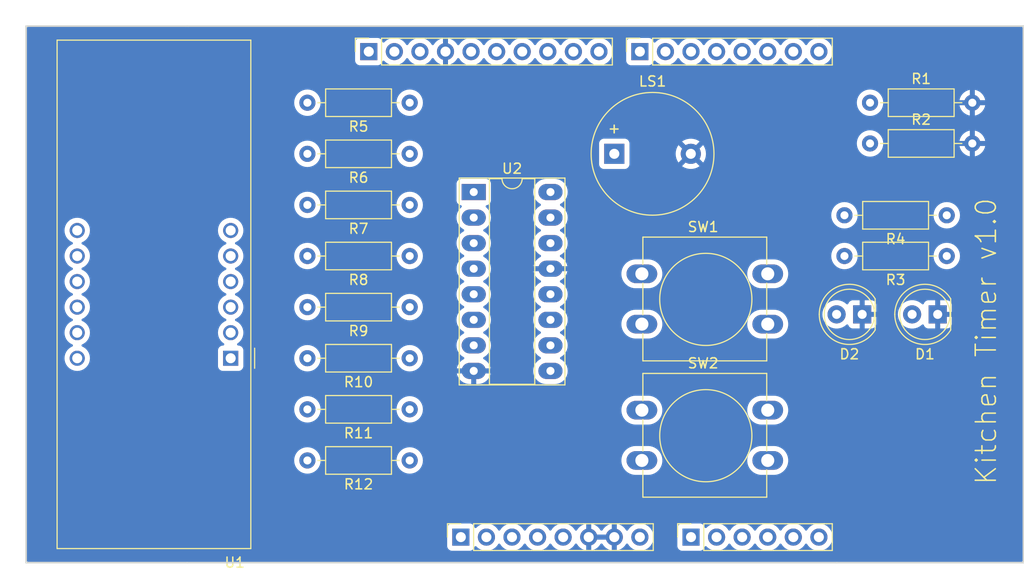
<source format=kicad_pcb>
(kicad_pcb (version 20221018) (generator pcbnew)
  (title_block (date "mar. 31 mars 2015"))
  (layers (0 "F.Cu" signal) (31 "B.Cu" power) (34 "B.Paste" user) (35 "F.Paste" user) (36 "B.SilkS" user "B.Silkscreen") (37 "F.SilkS" user "F.Silkscreen") (38 "B.Mask" user) (39 "F.Mask" user) (44 "Edge.Cuts" user))
  (net 0 "")
  (net 1 "GND")
  (net 3 "+5V")
  (net 4 "/IOREF")
  (net 5 "/A0")
  (net 6 "/A1")
  (net 7 "/A2")
  (net 8 "/A3")
  (net 9 "/SDA{slash}A4")
  (net 10 "/SCL{slash}A5")
  (net 11 "Net-(D1-A)")
  (net 12 "Net-(D2-A)")
  (net 16 "Dig1")
  (net 17 "Dig2")
  (net 18 "Dig3")
  (net 19 "Dig4")
  (net 20 "DS")
  (net 21 "ST_CP")
  (net 22 "SH_CP")
  (net 23 "/TX{slash}1")
  (net 24 "Buzzer")
  (net 25 "/RX{slash}0")
  (net 26 "+3V3")
  (net 27 "VCC")
  (net 28 "/~{RESET}")
  (net 29 "RED_LED")
  (net 30 "GREEN_LED")
  (net 31 "Button_2")
  (net 32 "Button_1")
  (net 33 "a")
  (net 34 "Net-(U1-a)")
  (net 35 "b")
  (net 36 "Net-(U1-b)")
  (net 37 "c")
  (net 38 "Net-(U1-c)")
  (net 39 "d")
  (net 40 "Net-(U1-d)")
  (net 41 "e")
  (net 42 "Net-(U1-e)")
  (net 43 "f")
  (net 44 "Net-(U1-f)")
  (net 45 "g")
  (net 46 "Net-(U1-g)")
  (net 47 "dp")
  (net 48 "Net-(U1-DPX)")
  (footprint "Connector_PinSocket_2.54mm:PinSocket_1x08_P2.54mm_Vertical" (layer "F.Cu") (at 127.94 97.46 90)
    (fp_text reference "J1" hide)
    (fp_text value "Power")
    (fp_line (start -1.33 1.27) (end -1.33 19.11) (stroke (width 0.12)) (layer "F.SilkS"))
    (fp_line (start -1.33 1.27) (end 1.33 1.27) (stroke (width 0.12)) (layer "F.SilkS"))
    (fp_line (start -1.33 19.11) (end 1.33 19.11) (stroke (width 0.12)) (layer "F.SilkS"))
    (fp_line (start 0 -1.33) (end 1.33 -1.33) (stroke (width 0.12)) (layer "F.SilkS"))
    (fp_line (start 1.33 -1.33) (end 1.33 0) (stroke (width 0.12)) (layer "F.SilkS"))
    (fp_line (start 1.33 1.27) (end 1.33 19.11) (stroke (width 0.12)) (layer "F.SilkS"))
    (pad "1" thru_hole rect locked (at 0 0 90) (size 1.7 1.7) (drill 1) (layers "*.Cu" "*.Mask"))
    (pad "2" thru_hole oval locked (at 0 2.54 90) (size 1.7 1.7) (drill 1) (layers "*.Cu" "*.Mask") (net 4 "/IOREF"))
    (pad "3" thru_hole oval locked (at 0 5.08 90) (size 1.7 1.7) (drill 1) (layers "*.Cu" "*.Mask") (net 28 "/~{RESET}"))
    (pad "4" thru_hole oval locked (at 0 7.62 90) (size 1.7 1.7) (drill 1) (layers "*.Cu" "*.Mask") (net 26 "+3V3"))
    (pad "5" thru_hole oval locked (at 0 10.16 90) (size 1.7 1.7) (drill 1) (layers "*.Cu" "*.Mask") (net 3 "+5V"))
    (pad "6" thru_hole oval locked (at 0 12.7 90) (size 1.7 1.7) (drill 1) (layers "*.Cu" "*.Mask") (net 1 "GND"))
    (pad "7" thru_hole oval locked (at 0 15.24 90) (size 1.7 1.7) (drill 1) (layers "*.Cu" "*.Mask") (net 1 "GND"))
    (pad "8" thru_hole oval locked (at 0 17.78 90) (size 1.7 1.7) (drill 1) (layers "*.Cu" "*.Mask") (net 27 "VCC"))
  )
  (footprint "Connector_PinSocket_2.54mm:PinSocket_1x06_P2.54mm_Vertical" (layer "F.Cu") (at 150.8 97.46 90)
    (fp_text reference "J3" hide)
    (fp_text value "Analog")
    (fp_line (start -1.33 1.27) (end -1.33 14.03) (stroke (width 0.12)) (layer "F.SilkS"))
    (fp_line (start -1.33 1.27) (end 1.33 1.27) (stroke (width 0.12)) (layer "F.SilkS"))
    (fp_line (start -1.33 14.03) (end 1.33 14.03) (stroke (width 0.12)) (layer "F.SilkS"))
    (fp_line (start 0 -1.33) (end 1.33 -1.33) (stroke (width 0.12)) (layer "F.SilkS"))
    (fp_line (start 1.33 -1.33) (end 1.33 0) (stroke (width 0.12)) (layer "F.SilkS"))
    (fp_line (start 1.33 1.27) (end 1.33 14.03) (stroke (width 0.12)) (layer "F.SilkS"))
    (pad "1" thru_hole rect locked (at 0 0 90) (size 1.7 1.7) (drill 1) (layers "*.Cu" "*.Mask") (net 5 "/A0"))
    (pad "2" thru_hole oval locked (at 0 2.54 90) (size 1.7 1.7) (drill 1) (layers "*.Cu" "*.Mask") (net 6 "/A1"))
    (pad "3" thru_hole oval locked (at 0 5.08 90) (size 1.7 1.7) (drill 1) (layers "*.Cu" "*.Mask") (net 7 "/A2"))
    (pad "4" thru_hole oval locked (at 0 7.62 90) (size 1.7 1.7) (drill 1) (layers "*.Cu" "*.Mask") (net 8 "/A3"))
    (pad "5" thru_hole oval locked (at 0 10.16 90) (size 1.7 1.7) (drill 1) (layers "*.Cu" "*.Mask") (net 9 "/SDA{slash}A4"))
    (pad "6" thru_hole oval locked (at 0 12.7 90) (size 1.7 1.7) (drill 1) (layers "*.Cu" "*.Mask") (net 10 "/SCL{slash}A5"))
  )
  (footprint "Connector_PinSocket_2.54mm:PinSocket_1x10_P2.54mm_Vertical" (layer "F.Cu") (at 118.796 49.2 90)
    (fp_text reference "J2" hide)
    (fp_text value "Digital/PWM")
    (fp_line (start -1.33 1.27) (end -1.33 24.19) (stroke (width 0.12)) (layer "F.SilkS"))
    (fp_line (start -1.33 1.27) (end 1.33 1.27) (stroke (width 0.12)) (layer "F.SilkS"))
    (fp_line (start -1.33 24.19) (end 1.33 24.19) (stroke (width 0.12)) (layer "F.SilkS"))
    (fp_line (start 0 -1.33) (end 1.33 -1.33) (stroke (width 0.12)) (layer "F.SilkS"))
    (fp_line (start 1.33 -1.33) (end 1.33 0) (stroke (width 0.12)) (layer "F.SilkS"))
    (fp_line (start 1.33 1.27) (end 1.33 24.19) (stroke (width 0.12)) (layer "F.SilkS"))
    (pad "1" thru_hole rect locked (at 0 0 90) (size 1.7 1.7) (drill 1) (layers "*.Cu" "*.Mask"))
    (pad "2" thru_hole oval locked (at 0 2.54 90) (size 1.7 1.7) (drill 1) (layers "*.Cu" "*.Mask"))
    (pad "3" thru_hole oval locked (at 0 5.08 90) (size 1.7 1.7) (drill 1) (layers "*.Cu" "*.Mask"))
    (pad "4" thru_hole oval locked (at 0 7.62 90) (size 1.7 1.7) (drill 1) (layers "*.Cu" "*.Mask") (net 1 "GND"))
    (pad "5" thru_hole oval locked (at 0 10.16 90) (size 1.7 1.7) (drill 1) (layers "*.Cu" "*.Mask") (net 16 "Dig1"))
    (pad "6" thru_hole oval locked (at 0 12.7 90) (size 1.7 1.7) (drill 1) (layers "*.Cu" "*.Mask") (net 17 "Dig2"))
    (pad "7" thru_hole oval locked (at 0 15.24 90) (size 1.7 1.7) (drill 1) (layers "*.Cu" "*.Mask") (net 18 "Dig3"))
    (pad "8" thru_hole oval locked (at 0 17.78 90) (size 1.7 1.7) (drill 1) (layers "*.Cu" "*.Mask") (net 19 "Dig4"))
    (pad "9" thru_hole oval locked (at 0 20.32 90) (size 1.7 1.7) (drill 1) (layers "*.Cu" "*.Mask") (net 20 "DS"))
    (pad "10" thru_hole oval locked (at 0 22.86 90) (size 1.7 1.7) (drill 1) (layers "*.Cu" "*.Mask") (net 21 "ST_CP"))
  )
  (footprint "Connector_PinSocket_2.54mm:PinSocket_1x08_P2.54mm_Vertical" (layer "F.Cu") (at 145.72 49.2 90)
    (fp_text reference "J4" hide)
    (fp_text value "Digital/PWM")
    (fp_line (start -1.33 1.27) (end -1.33 19.11) (stroke (width 0.12)) (layer "F.SilkS"))
    (fp_line (start -1.33 1.27) (end 1.33 1.27) (stroke (width 0.12)) (layer "F.SilkS"))
    (fp_line (start -1.33 19.11) (end 1.33 19.11) (stroke (width 0.12)) (layer "F.SilkS"))
    (fp_line (start 0 -1.33) (end 1.33 -1.33) (stroke (width 0.12)) (layer "F.SilkS"))
    (fp_line (start 1.33 -1.33) (end 1.33 0) (stroke (width 0.12)) (layer "F.SilkS"))
    (fp_line (start 1.33 1.27) (end 1.33 19.11) (stroke (width 0.12)) (layer "F.SilkS"))
    (pad "1" thru_hole rect locked (at 0 0 90) (size 1.7 1.7) (drill 1) (layers "*.Cu" "*.Mask") (net 22 "SH_CP"))
    (pad "2" thru_hole oval locked (at 0 2.54 90) (size 1.7 1.7) (drill 1) (layers "*.Cu" "*.Mask") (net 24 "Buzzer"))
    (pad "3" thru_hole oval locked (at 0 5.08 90) (size 1.7 1.7) (drill 1) (layers "*.Cu" "*.Mask") (net 29 "RED_LED"))
    (pad "4" thru_hole oval locked (at 0 7.62 90) (size 1.7 1.7) (drill 1) (layers "*.Cu" "*.Mask") (net 30 "GREEN_LED"))
    (pad "5" thru_hole oval locked (at 0 10.16 90) (size 1.7 1.7) (drill 1) (layers "*.Cu" "*.Mask") (net 31 "Button_2"))
    (pad "6" thru_hole oval locked (at 0 12.7 90) (size 1.7 1.7) (drill 1) (layers "*.Cu" "*.Mask") (net 32 "Button_1"))
    (pad "7" thru_hole oval locked (at 0 15.24 90) (size 1.7 1.7) (drill 1) (layers "*.Cu" "*.Mask") (net 23 "/TX{slash}1"))
    (pad "8" thru_hole oval locked (at 0 17.78 90) (size 1.7 1.7) (drill 1) (layers "*.Cu" "*.Mask") (net 25 "/RX{slash}0"))
  )
  (footprint "LED_THT:LED_D5.0mm" (layer "F.Cu") (at 167.8 75.32 180)
    (fp_text reference "D2" (at 1.27 -3.96) (layer "F.SilkS"))
    (fp_text value "LED")
    (fp_line (start -1.29 -1.545) (end -1.29 1.545) (stroke (width 0.12)) (layer "F.SilkS"))
    (fp_arc (start -1.29 -1.54483) (mid 2.072002 -2.880433) (end 4.26 0.000462) (stroke (width 0.12)) (layer "F.SilkS"))
    (fp_arc (start 4.26 -0.000462) (mid 2.072002 2.880433) (end -1.29 1.54483) (stroke (width 0.12)) (layer "F.SilkS"))
    (fp_circle (center 1.27 0) (end 3.77 0) (stroke (width 0.12)) (fill none) (layer "F.SilkS"))
    (pad "1" thru_hole rect (at 0 0 180) (size 1.8 1.8) (drill 0.9) (layers "*.Cu" "*.Mask") (net 1 "GND"))
    (pad "2" thru_hole circle (at 2.54 0 180) (size 1.8 1.8) (drill 0.9) (layers "*.Cu" "*.Mask") (net 12 "Net-(D2-A)"))
  )
  (footprint "Package_DIP:DIP-16_W7.62mm_Socket_LongPads" (layer "F.Cu") (at 129.22 63.16)
    (fp_text reference "U2" (at 3.81 -2.33) (layer "F.SilkS"))
    (fp_text value "74HC595")
    (fp_line (start -1.44 -1.39) (end -1.44 19.17) (stroke (width 0.12)) (layer "F.SilkS"))
    (fp_line (start -1.44 19.17) (end 9.06 19.17) (stroke (width 0.12)) (layer "F.SilkS"))
    (fp_line (start 1.56 -1.33) (end 1.56 19.11) (stroke (width 0.12)) (layer "F.SilkS"))
    (fp_line (start 1.56 19.11) (end 6.06 19.11) (stroke (width 0.12)) (layer "F.SilkS"))
    (fp_line (start 2.81 -1.33) (end 1.56 -1.33) (stroke (width 0.12)) (layer "F.SilkS"))
    (fp_line (start 6.06 -1.33) (end 4.81 -1.33) (stroke (width 0.12)) (layer "F.SilkS"))
    (fp_line (start 6.06 19.11) (end 6.06 -1.33) (stroke (width 0.12)) (layer "F.SilkS"))
    (fp_line (start 9.06 -1.39) (end -1.44 -1.39) (stroke (width 0.12)) (layer "F.SilkS"))
    (fp_line (start 9.06 19.17) (end 9.06 -1.39) (stroke (width 0.12)) (layer "F.SilkS"))
    (fp_arc (start 4.81 -1.33) (mid 3.81 -0.33) (end 2.81 -1.33) (stroke (width 0.12)) (layer "F.SilkS"))
    (pad "1" thru_hole rect (at 0 0) (size 2.4 1.6) (drill 0.8) (layers "*.Cu" "*.Mask") (net 35 "b"))
    (pad "2" thru_hole oval (at 0 2.54) (size 2.4 1.6) (drill 0.8) (layers "*.Cu" "*.Mask") (net 37 "c"))
    (pad "3" thru_hole oval (at 0 5.08) (size 2.4 1.6) (drill 0.8) (layers "*.Cu" "*.Mask") (net 39 "d"))
    (pad "4" thru_hole oval (at 0 7.62) (size 2.4 1.6) (drill 0.8) (layers "*.Cu" "*.Mask") (net 41 "e"))
    (pad "5" thru_hole oval (at 0 10.16) (size 2.4 1.6) (drill 0.8) (layers "*.Cu" "*.Mask") (net 43 "f"))
    (pad "6" thru_hole oval (at 0 12.7) (size 2.4 1.6) (drill 0.8) (layers "*.Cu" "*.Mask") (net 45 "g"))
    (pad "7" thru_hole oval (at 0 15.24) (size 2.4 1.6) (drill 0.8) (layers "*.Cu" "*.Mask") (net 47 "dp"))
    (pad "8" thru_hole oval (at 0 17.78) (size 2.4 1.6) (drill 0.8) (layers "*.Cu" "*.Mask") (net 1 "GND"))
    (pad "9" thru_hole oval (at 7.62 17.78) (size 2.4 1.6) (drill 0.8) (layers "*.Cu" "*.Mask"))
    (pad "10" thru_hole oval (at 7.62 15.24) (size 2.4 1.6) (drill 0.8) (layers "*.Cu" "*.Mask") (net 3 "+5V"))
    (pad "11" thru_hole oval (at 7.62 12.7) (size 2.4 1.6) (drill 0.8) (layers "*.Cu" "*.Mask") (net 22 "SH_CP"))
    (pad "12" thru_hole oval (at 7.62 10.16) (size 2.4 1.6) (drill 0.8) (layers "*.Cu" "*.Mask") (net 21 "ST_CP"))
    (pad "13" thru_hole oval (at 7.62 7.62) (size 2.4 1.6) (drill 0.8) (layers "*.Cu" "*.Mask") (net 1 "GND"))
    (pad "14" thru_hole oval (at 7.62 5.08) (size 2.4 1.6) (drill 0.8) (layers "*.Cu" "*.Mask") (net 20 "DS"))
    (pad "15" thru_hole oval (at 7.62 2.54) (size 2.4 1.6) (drill 0.8) (layers "*.Cu" "*.Mask") (net 33 "a"))
    (pad "16" thru_hole oval (at 7.62 0) (size 2.4 1.6) (drill 0.8) (layers "*.Cu" "*.Mask") (net 3 "+5V"))
  )
  (footprint "Resistor_THT:R_Axial_DIN0207_L6.3mm_D2.5mm_P10.16mm_Horizontal" (layer "F.Cu") (at 122.86 69.52 180)
    (fp_text reference "R8" (at 5.08 -2.37) (layer "F.SilkS"))
    (fp_text value "100")
    (fp_line (start 1.04 0) (end 1.81 0) (stroke (width 0.12)) (layer "F.SilkS"))
    (fp_line (start 1.81 -1.37) (end 1.81 1.37) (stroke (width 0.12)) (layer "F.SilkS"))
    (fp_line (start 1.81 1.37) (end 8.35 1.37) (stroke (width 0.12)) (layer "F.SilkS"))
    (fp_line (start 8.35 -1.37) (end 1.81 -1.37) (stroke (width 0.12)) (layer "F.SilkS"))
    (fp_line (start 8.35 1.37) (end 8.35 -1.37) (stroke (width 0.12)) (layer "F.SilkS"))
    (fp_line (start 9.12 0) (end 8.35 0) (stroke (width 0.12)) (layer "F.SilkS"))
    (pad "1" thru_hole circle (at 0 0 180) (size 1.6 1.6) (drill 0.8) (layers "*.Cu" "*.Mask") (net 39 "d"))
    (pad "2" thru_hole oval (at 10.16 0 180) (size 1.6 1.6) (drill 0.8) (layers "*.Cu" "*.Mask") (net 40 "Net-(U1-d)"))
  )
  (footprint "Resistor_THT:R_Axial_DIN0207_L6.3mm_D2.5mm_P10.16mm_Horizontal" (layer "F.Cu") (at 122.86 54.28 180)
    (fp_text reference "R5" (at 5.08 -2.37) (layer "F.SilkS"))
    (fp_text value "100")
    (fp_line (start 1.04 0) (end 1.81 0) (stroke (width 0.12)) (layer "F.SilkS"))
    (fp_line (start 1.81 -1.37) (end 1.81 1.37) (stroke (width 0.12)) (layer "F.SilkS"))
    (fp_line (start 1.81 1.37) (end 8.35 1.37) (stroke (width 0.12)) (layer "F.SilkS"))
    (fp_line (start 8.35 -1.37) (end 1.81 -1.37) (stroke (width 0.12)) (layer "F.SilkS"))
    (fp_line (start 8.35 1.37) (end 8.35 -1.37) (stroke (width 0.12)) (layer "F.SilkS"))
    (fp_line (start 9.12 0) (end 8.35 0) (stroke (width 0.12)) (layer "F.SilkS"))
    (pad "1" thru_hole circle (at 0 0 180) (size 1.6 1.6) (drill 0.8) (layers "*.Cu" "*.Mask") (net 33 "a"))
    (pad "2" thru_hole oval (at 10.16 0 180) (size 1.6 1.6) (drill 0.8) (layers "*.Cu" "*.Mask") (net 34 "Net-(U1-a)"))
  )
  (footprint "LED_THT:LED_D5.0mm" (layer "F.Cu") (at 175.3 75.32 180)
    (fp_text reference "D1" (at 1.27 -3.96) (layer "F.SilkS"))
    (fp_text value "LED")
    (fp_line (start -1.29 -1.545) (end -1.29 1.545) (stroke (width 0.12)) (layer "F.SilkS"))
    (fp_arc (start -1.29 -1.54483) (mid 2.072002 -2.880433) (end 4.26 0.000462) (stroke (width 0.12)) (layer "F.SilkS"))
    (fp_arc (start 4.26 -0.000462) (mid 2.072002 2.880433) (end -1.29 1.54483) (stroke (width 0.12)) (layer "F.SilkS"))
    (fp_circle (center 1.27 0) (end 3.77 0) (stroke (width 0.12)) (fill none) (layer "F.SilkS"))
    (pad "1" thru_hole rect (at 0 0 180) (size 1.8 1.8) (drill 0.9) (layers "*.Cu" "*.Mask") (net 1 "GND"))
    (pad "2" thru_hole circle (at 2.54 0 180) (size 1.8 1.8) (drill 0.9) (layers "*.Cu" "*.Mask") (net 11 "Net-(D1-A)"))
  )
  (footprint "Resistor_THT:R_Axial_DIN0207_L6.3mm_D2.5mm_P10.16mm_Horizontal" (layer "F.Cu") (at 168.58 54.28)
    (fp_text reference "R1" (at 5.08 -2.37) (layer "F.SilkS"))
    (fp_text value "10k")
    (fp_line (start 1.04 0) (end 1.81 0) (stroke (width 0.12)) (layer "F.SilkS"))
    (fp_line (start 1.81 -1.37) (end 1.81 1.37) (stroke (width 0.12)) (layer "F.SilkS"))
    (fp_line (start 1.81 1.37) (end 8.35 1.37) (stroke (width 0.12)) (layer "F.SilkS"))
    (fp_line (start 8.35 -1.37) (end 1.81 -1.37) (stroke (width 0.12)) (layer "F.SilkS"))
    (fp_line (start 8.35 1.37) (end 8.35 -1.37) (stroke (width 0.12)) (layer "F.SilkS"))
    (fp_line (start 9.12 0) (end 8.35 0) (stroke (width 0.12)) (layer "F.SilkS"))
    (pad "1" thru_hole circle (at 0 0) (size 1.6 1.6) (drill 0.8) (layers "*.Cu" "*.Mask") (net 32 "Button_1"))
    (pad "2" thru_hole oval (at 10.16 0) (size 1.6 1.6) (drill 0.8) (layers "*.Cu" "*.Mask") (net 1 "GND"))
  )
  (footprint "Buzzer_Beeper:Buzzer_12x9.5RM7.6" (layer "F.Cu") (at 143.18 59.36)
    (fp_text reference "LS1" (at 3.8 -7.2) (layer "F.SilkS"))
    (fp_text value "Speaker")
    (fp_text user "+" (at -0.01 -2.54) (layer "F.SilkS"))
    (fp_circle (center 3.8 0) (end 9.9 0) (stroke (width 0.12)) (fill none) (layer "F.SilkS"))
    (pad "1" thru_hole rect (at 0 0) (size 2 2) (drill 1) (layers "*.Cu" "*.Mask") (net 24 "Buzzer"))
    (pad "2" thru_hole circle (at 7.6 0) (size 2 2) (drill 1) (layers "*.Cu" "*.Mask") (net 1 "GND"))
  )
  (footprint "Resistor_THT:R_Axial_DIN0207_L6.3mm_D2.5mm_P10.16mm_Horizontal" (layer "F.Cu") (at 168.58 58.33)
    (fp_text reference "R2" (at 5.08 -2.37) (layer "F.SilkS"))
    (fp_text value "10k")
    (fp_line (start 1.04 0) (end 1.81 0) (stroke (width 0.12)) (layer "F.SilkS"))
    (fp_line (start 1.81 -1.37) (end 1.81 1.37) (stroke (width 0.12)) (layer "F.SilkS"))
    (fp_line (start 1.81 1.37) (end 8.35 1.37) (stroke (width 0.12)) (layer "F.SilkS"))
    (fp_line (start 8.35 -1.37) (end 1.81 -1.37) (stroke (width 0.12)) (layer "F.SilkS"))
    (fp_line (start 8.35 1.37) (end 8.35 -1.37) (stroke (width 0.12)) (layer "F.SilkS"))
    (fp_line (start 9.12 0) (end 8.35 0) (stroke (width 0.12)) (layer "F.SilkS"))
    (pad "1" thru_hole circle (at 0 0) (size 1.6 1.6) (drill 0.8) (layers "*.Cu" "*.Mask") (net 31 "Button_2"))
    (pad "2" thru_hole oval (at 10.16 0) (size 1.6 1.6) (drill 0.8) (layers "*.Cu" "*.Mask") (net 1 "GND"))
  )
  (footprint "Button_Switch_THT:SW_PUSH-12mm" (layer "F.Cu") (at 145.92 71.29)
    (fp_text reference "SW1" (at 6.08 -4.66) (layer "F.SilkS"))
    (fp_text value "SW_Push")
    (fp_line (start 0.1 -3.65) (end 12.4 -3.65) (stroke (width 0.12)) (layer "F.SilkS"))
    (fp_line (start 0.1 -0.93) (end 0.1 -3.65) (stroke (width 0.12)) (layer "F.SilkS"))
    (fp_line (start 0.1 4.07) (end 0.1 0.93) (stroke (width 0.12)) (layer "F.SilkS"))
    (fp_line (start 0.1 8.65) (end 0.1 5.93) (stroke (width 0.12)) (layer "F.SilkS"))
    (fp_line (start 12.4 -3.65) (end 12.4 -0.93) (stroke (width 0.12)) (layer "F.SilkS"))
    (fp_line (start 12.4 0.93) (end 12.4 4.07) (stroke (width 0.12)) (layer "F.SilkS"))
    (fp_line (start 12.4 5.93) (end 12.4 8.65) (stroke (width 0.12)) (layer "F.SilkS"))
    (fp_line (start 12.4 8.65) (end 0.1 8.65) (stroke (width 0.12)) (layer "F.SilkS"))
    (fp_circle (center 6.35 2.54) (end 10.16 5.08) (stroke (width 0.12)) (fill none) (layer "F.SilkS"))
    (pad "1" thru_hole oval (at 0 0) (size 3.048 1.85) (drill 1.3) (layers "*.Cu" "*.Mask") (net 3 "+5V"))
    (pad "1" thru_hole oval (at 12.5 0) (size 3.048 1.85) (drill 1.3) (layers "*.Cu" "*.Mask") (net 3 "+5V"))
    (pad "2" thru_hole oval (at 0 5) (size 3.048 1.85) (drill 1.3) (layers "*.Cu" "*.Mask") (net 32 "Button_1"))
    (pad "2" thru_hole oval (at 12.5 5) (size 3.048 1.85) (drill 1.3) (layers "*.Cu" "*.Mask") (net 32 "Button_1"))
  )
  (footprint "Button_Switch_THT:SW_PUSH-12mm" (layer "F.Cu") (at 145.92 84.84)
    (fp_text reference "SW2" (at 6.08 -4.66) (layer "F.SilkS"))
    (fp_text value "SW_Push")
    (fp_line (start 0.1 -3.65) (end 12.4 -3.65) (stroke (width 0.12)) (layer "F.SilkS"))
    (fp_line (start 0.1 -0.93) (end 0.1 -3.65) (stroke (width 0.12)) (layer "F.SilkS"))
    (fp_line (start 0.1 4.07) (end 0.1 0.93) (stroke (width 0.12)) (layer "F.SilkS"))
    (fp_line (start 0.1 8.65) (end 0.1 5.93) (stroke (width 0.12)) (layer "F.SilkS"))
    (fp_line (start 12.4 -3.65) (end 12.4 -0.93) (stroke (width 0.12)) (layer "F.SilkS"))
    (fp_line (start 12.4 0.93) (end 12.4 4.07) (stroke (width 0.12)) (layer "F.SilkS"))
    (fp_line (start 12.4 5.93) (end 12.4 8.65) (stroke (width 0.12)) (layer "F.SilkS"))
    (fp_line (start 12.4 8.65) (end 0.1 8.65) (stroke (width 0.12)) (layer "F.SilkS"))
    (fp_circle (center 6.35 2.54) (end 10.16 5.08) (stroke (width 0.12)) (fill none) (layer "F.SilkS"))
    (pad "1" thru_hole oval (at 0 0) (size 3.048 1.85) (drill 1.3) (layers "*.Cu" "*.Mask") (net 3 "+5V"))
    (pad "1" thru_hole oval (at 12.5 0) (size 3.048 1.85) (drill 1.3) (layers "*.Cu" "*.Mask") (net 3 "+5V"))
    (pad "2" thru_hole oval (at 0 5) (size 3.048 1.85) (drill 1.3) (layers "*.Cu" "*.Mask") (net 31 "Button_2"))
    (pad "2" thru_hole oval (at 12.5 5) (size 3.048 1.85) (drill 1.3) (layers "*.Cu" "*.Mask") (net 31 "Button_2"))
  )
  (footprint "Display_7Segment:CA56-12EWA" (layer "F.Cu") (at 105.08 79.68 180)
    (fp_text reference "U1" (at -0.4 -20.31) (layer "F.SilkS"))
    (fp_text value "CA56-12EWA")
    (fp_line (start -2.38 -1) (end -2.38 1) (stroke (width 0.12)) (layer "F.SilkS"))
    (fp_line (start -2 -18.92) (end -2 31.62) (stroke (width 0.12)) (layer "F.SilkS"))
    (fp_line (start -2 -18.92) (end 17.24 -18.92) (stroke (width 0.12)) (layer "F.SilkS"))
    (fp_line (start -2 31.62) (end 17.24 31.62) (stroke (width 0.12)) (layer "F.SilkS"))
    (fp_line (start 17.24 31.62) (end 17.24 -18.92) (stroke (width 0.12)) (layer "F.SilkS"))
    (pad "1" thru_hole rect (at 0 0 180) (size 1.5 1.5) (drill 1) (layers "*.Cu" "*.Mask") (net 42 "Net-(U1-e)"))
    (pad "2" thru_hole circle (at 0 2.54 180) (size 1.5 1.5) (drill 1) (layers "*.Cu" "*.Mask") (net 40 "Net-(U1-d)"))
    (pad "3" thru_hole circle (at 0 5.08 180) (size 1.5 1.5) (drill 1) (layers "*.Cu" "*.Mask") (net 48 "Net-(U1-DPX)"))
    (pad "4" thru_hole circle (at 0 7.62 180) (size 1.5 1.5) (drill 1) (layers "*.Cu" "*.Mask") (net 38 "Net-(U1-c)"))
    (pad "5" thru_hole circle (at 0 10.16 180) (size 1.5 1.5) (drill 1) (layers "*.Cu" "*.Mask") (net 46 "Net-(U1-g)"))
    (pad "6" thru_hole circle (at 0 12.7 180) (size 1.5 1.5) (drill 1) (layers "*.Cu" "*.Mask") (net 19 "Dig4"))
    (pad "7" thru_hole circle (at 15.24 12.7 180) (size 1.5 1.5) (drill 1) (layers "*.Cu" "*.Mask") (net 36 "Net-(U1-b)"))
    (pad "8" thru_hole circle (at 15.24 10.16 180) (size 1.5 1.5) (drill 1) (layers "*.Cu" "*.Mask") (net 18 "Dig3"))
    (pad "9" thru_hole circle (at 15.24 7.62 180) (size 1.5 1.5) (drill 1) (layers "*.Cu" "*.Mask") (net 17 "Dig2"))
    (pad "10" thru_hole circle (at 15.24 5.08 180) (size 1.5 1.5) (drill 1) (layers "*.Cu" "*.Mask") (net 44 "Net-(U1-f)"))
    (pad "11" thru_hole circle (at 15.24 2.54 180) (size 1.5 1.5) (drill 1) (layers "*.Cu" "*.Mask") (net 34 "Net-(U1-a)"))
    (pad "12" thru_hole circle (at 15.24 0 180) (size 1.5 1.5) (drill 1) (layers "*.Cu" "*.Mask") (net 16 "Dig1"))
  )
  (footprint "Resistor_THT:R_Axial_DIN0207_L6.3mm_D2.5mm_P10.16mm_Horizontal" (layer "F.Cu") (at 122.86 89.84 180)
    (fp_text reference "R12" (at 5.08 -2.37) (layer "F.SilkS"))
    (fp_text value "100")
    (fp_line (start 1.04 0) (end 1.81 0) (stroke (width 0.12)) (layer "F.SilkS"))
    (fp_line (start 1.81 -1.37) (end 1.81 1.37) (stroke (width 0.12)) (layer "F.SilkS"))
    (fp_line (start 1.81 1.37) (end 8.35 1.37) (stroke (width 0.12)) (layer "F.SilkS"))
    (fp_line (start 8.35 -1.37) (end 1.81 -1.37) (stroke (width 0.12)) (layer "F.SilkS"))
    (fp_line (start 8.35 1.37) (end 8.35 -1.37) (stroke (width 0.12)) (layer "F.SilkS"))
    (fp_line (start 9.12 0) (end 8.35 0) (stroke (width 0.12)) (layer "F.SilkS"))
    (pad "1" thru_hole circle (at 0 0 180) (size 1.6 1.6) (drill 0.8) (layers "*.Cu" "*.Mask") (net 47 "dp"))
    (pad "2" thru_hole oval (at 10.16 0 180) (size 1.6 1.6) (drill 0.8) (layers "*.Cu" "*.Mask") (net 48 "Net-(U1-DPX)"))
  )
  (footprint "Resistor_THT:R_Axial_DIN0207_L6.3mm_D2.5mm_P10.16mm_Horizontal" (layer "F.Cu") (at 122.86 79.68 180)
    (fp_text reference "R10" (at 5.08 -2.37) (layer "F.SilkS"))
    (fp_text value "100")
    (fp_line (start 1.04 0) (end 1.81 0) (stroke (width 0.12)) (layer "F.SilkS"))
    (fp_line (start 1.81 -1.37) (end 1.81 1.37) (stroke (width 0.12)) (layer "F.SilkS"))
    (fp_line (start 1.81 1.37) (end 8.35 1.37) (stroke (width 0.12)) (layer "F.SilkS"))
    (fp_line (start 8.35 -1.37) (end 1.81 -1.37) (stroke (width 0.12)) (layer "F.SilkS"))
    (fp_line (start 8.35 1.37) (end 8.35 -1.37) (stroke (width 0.12)) (layer "F.SilkS"))
    (fp_line (start 9.12 0) (end 8.35 0) (stroke (width 0.12)) (layer "F.SilkS"))
    (pad "1" thru_hole circle (at 0 0 180) (size 1.6 1.6) (drill 0.8) (layers "*.Cu" "*.Mask") (net 43 "f"))
    (pad "2" thru_hole oval (at 10.16 0 180) (size 1.6 1.6) (drill 0.8) (layers "*.Cu" "*.Mask") (net 44 "Net-(U1-f)"))
  )
  (footprint "Resistor_THT:R_Axial_DIN0207_L6.3mm_D2.5mm_P10.16mm_Horizontal" (layer "F.Cu") (at 122.86 74.6 180)
    (fp_text reference "R9" (at 5.08 -2.37) (layer "F.SilkS"))
    (fp_text value "100")
    (fp_line (start 1.04 0) (end 1.81 0) (stroke (width 0.12)) (layer "F.SilkS"))
    (fp_line (start 1.81 -1.37) (end 1.81 1.37) (stroke (width 0.12)) (layer "F.SilkS"))
    (fp_line (start 1.81 1.37) (end 8.35 1.37) (stroke (width 0.12)) (layer "F.SilkS"))
    (fp_line (start 8.35 -1.37) (end 1.81 -1.37) (stroke (width 0.12)) (layer "F.SilkS"))
    (fp_line (start 8.35 1.37) (end 8.35 -1.37) (stroke (width 0.12)) (layer "F.SilkS"))
    (fp_line (start 9.12 0) (end 8.35 0) (stroke (width 0.12)) (layer "F.SilkS"))
    (pad "1" thru_hole circle (at 0 0 180) (size 1.6 1.6) (drill 0.8) (layers "*.Cu" "*.Mask") (net 41 "e"))
    (pad "2" thru_hole oval (at 10.16 0 180) (size 1.6 1.6) (drill 0.8) (layers "*.Cu" "*.Mask") (net 42 "Net-(U1-e)"))
  )
  (footprint "Resistor_THT:R_Axial_DIN0207_L6.3mm_D2.5mm_P10.16mm_Horizontal" (layer "F.Cu") (at 122.86 59.36 180)
    (fp_text reference "R6" (at 5.08 -2.37) (layer "F.SilkS"))
    (fp_text value "100")
    (fp_line (start 1.04 0) (end 1.81 0) (stroke (width 0.12)) (layer "F.SilkS"))
    (fp_line (start 1.81 -1.37) (end 1.81 1.37) (stroke (width 0.12)) (layer "F.SilkS"))
    (fp_line (start 1.81 1.37) (end 8.35 1.37) (stroke (width 0.12)) (layer "F.SilkS"))
    (fp_line (start 8.35 -1.37) (end 1.81 -1.37) (stroke (width 0.12)) (layer "F.SilkS"))
    (fp_line (start 8.35 1.37) (end 8.35 -1.37) (stroke (width 0.12)) (layer "F.SilkS"))
    (fp_line (start 9.12 0) (end 8.35 0) (stroke (width 0.12)) (layer "F.SilkS"))
    (pad "1" thru_hole circle (at 0 0 180) (size 1.6 1.6) (drill 0.8) (layers "*.Cu" "*.Mask") (net 35 "b"))
    (pad "2" thru_hole oval (at 10.16 0 180) (size 1.6 1.6) (drill 0.8) (layers "*.Cu" "*.Mask") (net 36 "Net-(U1-b)"))
  )
  (footprint "Resistor_THT:R_Axial_DIN0207_L6.3mm_D2.5mm_P10.16mm_Horizontal" (layer "F.Cu") (at 176.2 69.52 180)
    (fp_text reference "R3" (at 5.08 -2.37) (layer "F.SilkS"))
    (fp_text value "330")
    (fp_line (start 1.04 0) (end 1.81 0) (stroke (width 0.12)) (layer "F.SilkS"))
    (fp_line (start 1.81 -1.37) (end 1.81 1.37) (stroke (width 0.12)) (layer "F.SilkS"))
    (fp_line (start 1.81 1.37) (end 8.35 1.37) (stroke (width 0.12)) (layer "F.SilkS"))
    (fp_line (start 8.35 -1.37) (end 1.81 -1.37) (stroke (width 0.12)) (layer "F.SilkS"))
    (fp_line (start 8.35 1.37) (end 8.35 -1.37) (stroke (width 0.12)) (layer "F.SilkS"))
    (fp_line (start 9.12 0) (end 8.35 0) (stroke (width 0.12)) (layer "F.SilkS"))
    (pad "1" thru_hole circle (at 0 0 180) (size 1.6 1.6) (drill 0.8) (layers "*.Cu" "*.Mask") (net 29 "RED_LED"))
    (pad "2" thru_hole oval (at 10.16 0 180) (size 1.6 1.6) (drill 0.8) (layers "*.Cu" "*.Mask") (net 11 "Net-(D1-A)"))
  )
  (footprint "Resistor_THT:R_Axial_DIN0207_L6.3mm_D2.5mm_P10.16mm_Horizontal" (layer "F.Cu") (at 122.86 64.44 180)
    (fp_text reference "R7" (at 5.08 -2.37) (layer "F.SilkS"))
    (fp_text value "100")
    (fp_line (start 1.04 0) (end 1.81 0) (stroke (width 0.12)) (layer "F.SilkS"))
    (fp_line (start 1.81 -1.37) (end 1.81 1.37) (stroke (width 0.12)) (layer "F.SilkS"))
    (fp_line (start 1.81 1.37) (end 8.35 1.37) (stroke (width 0.12)) (layer "F.SilkS"))
    (fp_line (start 8.35 -1.37) (end 1.81 -1.37) (stroke (width 0.12)) (layer "F.SilkS"))
    (fp_line (start 8.35 1.37) (end 8.35 -1.37) (stroke (width 0.12)) (layer "F.SilkS"))
    (fp_line (start 9.12 0) (end 8.35 0) (stroke (width 0.12)) (layer "F.SilkS"))
    (pad "1" thru_hole circle (at 0 0 180) (size 1.6 1.6) (drill 0.8) (layers "*.Cu" "*.Mask") (net 37 "c"))
    (pad "2" thru_hole oval (at 10.16 0 180) (size 1.6 1.6) (drill 0.8) (layers "*.Cu" "*.Mask") (net 38 "Net-(U1-c)"))
  )
  (footprint "Resistor_THT:R_Axial_DIN0207_L6.3mm_D2.5mm_P10.16mm_Horizontal" (layer "F.Cu") (at 122.86 84.76 180)
    (fp_text reference "R11" (at 5.08 -2.37) (layer "F.SilkS"))
    (fp_text value "100")
    (fp_line (start 1.04 0) (end 1.81 0) (stroke (width 0.12)) (layer "F.SilkS"))
    (fp_line (start 1.81 -1.37) (end 1.81 1.37) (stroke (width 0.12)) (layer "F.SilkS"))
    (fp_line (start 1.81 1.37) (end 8.35 1.37) (stroke (width 0.12)) (layer "F.SilkS"))
    (fp_line (start 8.35 -1.37) (end 1.81 -1.37) (stroke (width 0.12)) (layer "F.SilkS"))
    (fp_line (start 8.35 1.37) (end 8.35 -1.37) (stroke (width 0.12)) (layer "F.SilkS"))
    (fp_line (start 9.12 0) (end 8.35 0) (stroke (width 0.12)) (layer "F.SilkS"))
    (pad "1" thru_hole circle (at 0 0 180) (size 1.6 1.6) (drill 0.8) (layers "*.Cu" "*.Mask") (net 45 "g"))
    (pad "2" thru_hole oval (at 10.16 0 180) (size 1.6 1.6) (drill 0.8) (layers "*.Cu" "*.Mask") (net 46 "Net-(U1-g)"))
  )
  (footprint "Resistor_THT:R_Axial_DIN0207_L6.3mm_D2.5mm_P10.16mm_Horizontal" (layer "F.Cu") (at 176.2 65.47 180)
    (fp_text reference "R4" (at 5.08 -2.37) (layer "F.SilkS"))
    (fp_text value "330")
    (fp_line (start 1.04 0) (end 1.81 0) (stroke (width 0.12)) (layer "F.SilkS"))
    (fp_line (start 1.81 -1.37) (end 1.81 1.37) (stroke (width 0.12)) (layer "F.SilkS"))
    (fp_line (start 1.81 1.37) (end 8.35 1.37) (stroke (width 0.12)) (layer "F.SilkS"))
    (fp_line (start 8.35 -1.37) (end 1.81 -1.37) (stroke (width 0.12)) (layer "F.SilkS"))
    (fp_line (start 8.35 1.37) (end 8.35 -1.37) (stroke (width 0.12)) (layer "F.SilkS"))
    (fp_line (start 9.12 0) (end 8.35 0) (stroke (width 0.12)) (layer "F.SilkS"))
    (pad "1" thru_hole circle (at 0 0 180) (size 1.6 1.6) (drill 0.8) (layers "*.Cu" "*.Mask") (net 30 "GREEN_LED"))
    (pad "2" thru_hole oval (at 10.16 0 180) (size 1.6 1.6) (drill 0.8) (layers "*.Cu" "*.Mask") (net 12 "Net-(D2-A)"))
  )
  (gr_line (start 100.762 46.66) (end 84.76 46.66) (stroke (width 0.15)) (layer "Edge.Cuts"))
  (gr_line (start 183.82 46.66) (end 183.82 100) (stroke (width 0.15)) (layer "Edge.Cuts"))
  (gr_line (start 163.5 46.66) (end 183.82 46.66) (stroke (width 0.15)) (layer "Edge.Cuts"))
  (gr_line (start 84.76 46.66) (end 84.76 100) (stroke (width 0.15)) (layer "Edge.Cuts"))
  (gr_line (start 165.278 100) (end 100.762 100) (stroke (width 0.15)) (layer "Edge.Cuts"))
  (gr_line (start 100.762 46.66) (end 163.5 46.66) (stroke (width 0.15)) (layer "Edge.Cuts"))
  (gr_line (start 84.76 100) (end 100.762 100) (stroke (width 0.15)) (layer "Edge.Cuts"))
  (gr_line (start 183.82 100) (end 165.278 100) (stroke (width 0.15)) (layer "Edge.Cuts"))
  (gr_text "Kitchen Timer v1.0" (at 181.28 92.38 90) (layer "F.SilkS") (effects (font (size 2 2)) (justify left bottom)))
  (zone (net 1) (net_name "GND") (layer "B.Cu") (connect_pads (clearance 0.508)) (min_thickness 0.25) (fill yes (thermal_gap 0.5) (thermal_bridge_width 0.5))
    (polygon (pts (xy 84.76 46.66) (xy 183.82 46.66) (xy 183.82 100) (xy 84.76 100)))
  )
)
</source>
